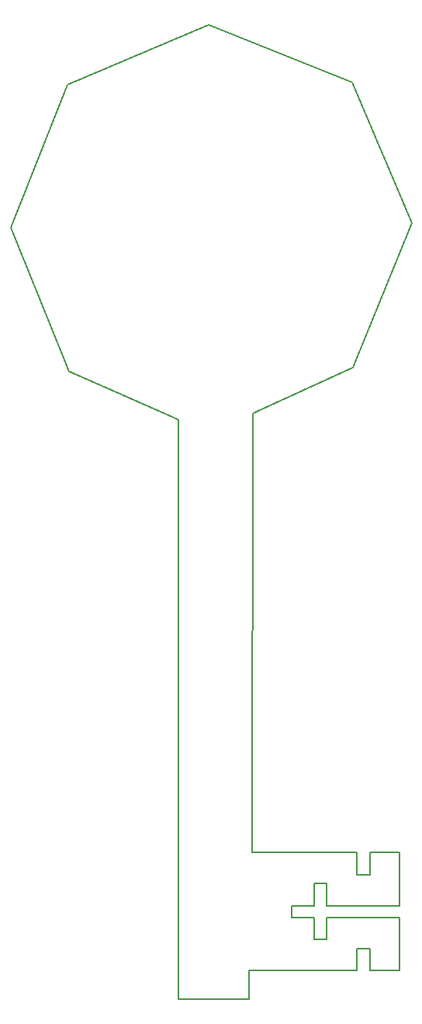
<source format=gm1>
G04 #@! TF.FileFunction,Profile,NP*
%FSLAX46Y46*%
G04 Gerber Fmt 4.6, Leading zero omitted, Abs format (unit mm)*
G04 Created by KiCad (PCBNEW 4.0.5) date Saturday, July 08, 2017 'AMt' 10:08:50 AM*
%MOMM*%
%LPD*%
G01*
G04 APERTURE LIST*
%ADD10C,0.100000*%
%ADD11C,0.150000*%
G04 APERTURE END LIST*
D10*
D11*
X179270000Y-92690000D02*
X179260000Y-155810000D01*
X179060000Y-92590000D02*
X179270000Y-92690000D01*
X186960000Y-152690000D02*
X186980000Y-152990000D01*
X198730000Y-152680000D02*
X186960000Y-152690000D01*
X198730000Y-150300000D02*
X198740000Y-152680000D01*
X200220000Y-150300000D02*
X198730000Y-150300000D01*
X200210000Y-152670000D02*
X200220000Y-150300000D01*
X203450000Y-152680000D02*
X200210000Y-152670000D01*
X203450000Y-146980000D02*
X203450000Y-152680000D01*
X195460000Y-146960000D02*
X203450000Y-146980000D01*
X195440000Y-149360000D02*
X195460000Y-146960000D01*
X194070000Y-149360000D02*
X195440000Y-149360000D01*
X194070000Y-146950000D02*
X194070000Y-149360000D01*
X191680000Y-146980000D02*
X194070000Y-146950000D01*
X191680000Y-145670000D02*
X191680000Y-146980000D01*
X194070000Y-145670000D02*
X191680000Y-145670000D01*
X194090000Y-143230000D02*
X194070000Y-145670000D01*
X195420000Y-143230000D02*
X194090000Y-143230000D01*
X195420000Y-145700000D02*
X195420000Y-143230000D01*
X203450000Y-145700000D02*
X195420000Y-145700000D01*
X203450000Y-139880000D02*
X203450000Y-145700000D01*
X200220000Y-139880000D02*
X203450000Y-139880000D01*
X200210000Y-142280000D02*
X200220000Y-139880000D01*
X198770000Y-142270000D02*
X200210000Y-142280000D01*
X198780000Y-139870000D02*
X198770000Y-142270000D01*
X197820000Y-139870000D02*
X198780000Y-139870000D01*
X179060000Y-92590000D02*
X178700000Y-92390000D01*
X186960000Y-155820000D02*
X179260000Y-155820000D01*
X186980000Y-152990000D02*
X186960000Y-155820000D01*
X187310000Y-139800000D02*
X197810000Y-139870000D01*
X187410000Y-92020000D02*
X187310000Y-139800000D01*
X198380000Y-87050000D02*
X187410000Y-92020000D01*
X204750000Y-71220000D02*
X198380000Y-87050000D01*
X198280000Y-55940000D02*
X204750000Y-71220000D01*
X182630000Y-49660000D02*
X198280000Y-55940000D01*
X167170000Y-56220000D02*
X182630000Y-49660000D01*
X160990000Y-71780000D02*
X167170000Y-56220000D01*
X167360000Y-87430000D02*
X160990000Y-71780000D01*
X178700000Y-92390000D02*
X167360000Y-87430000D01*
M02*

</source>
